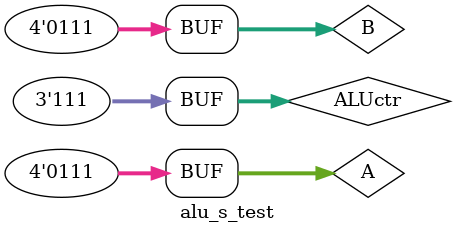
<source format=v>
`timescale 1ns / 1ps


module alu_s_test(

    );
    reg [3:0] A, B;
    reg [2:0] ALUctr;
    wire [3:0] F;
    wire cf, zero, of;
    wire [6:0] seg;
    wire [7:0] AN;
    wire DP;
    
    alu_s i0 (
        .A(A),
        .B(B),
        .ALUctr(ALUctr),
        .F(F),
        .cf(cf),
        .zero(zero),
        .of(of),
        .seg(seg),
        .AN(AN),
        .DP(DP)
    );

    
    initial
    begin
        A = 4'd3; B = 4'd2; ALUctr = 3'd0; #20; // A+B
        A = 4'd3; B = 4'd2; ALUctr = 3'd1; #20; // A-B
        A = 4'd5; B = 4'd7; ALUctr = 3'd1; #20; // A-B (¸ºÊý)
        A = 4'd6; B = 4'd9; ALUctr = 3'd2; #20; // ~A
        A = 4'd12; B = 4'd10; ALUctr = 3'd3; #20; // A AND B = 1000
        A = 4'd12; B = 4'd10; ALUctr = 3'd4; #20; // A OR B = 1110
        A = 4'd12; B = 4'd10; ALUctr = 3'd5; #20; // A XOR B = 0110
        A = 4'd2; B = 4'd7; ALUctr = 3'd6; #20; // ±È½Ï A<B
        A = 4'd7; B = 4'd7; ALUctr = 3'd7; #20; // ÏàµÈÅÐ¶Ï
    end
endmodule

</source>
